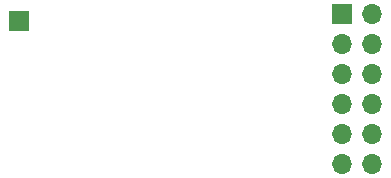
<source format=gbr>
%TF.GenerationSoftware,KiCad,Pcbnew,7.0.1*%
%TF.CreationDate,2023-03-26T17:21:00+02:00*%
%TF.ProjectId,RA01_ANT_PMOD,52413031-5f41-44e5-945f-504d4f442e6b,rev?*%
%TF.SameCoordinates,Original*%
%TF.FileFunction,Soldermask,Bot*%
%TF.FilePolarity,Negative*%
%FSLAX46Y46*%
G04 Gerber Fmt 4.6, Leading zero omitted, Abs format (unit mm)*
G04 Created by KiCad (PCBNEW 7.0.1) date 2023-03-26 17:21:00*
%MOMM*%
%LPD*%
G01*
G04 APERTURE LIST*
%ADD10R,1.700000X1.700000*%
%ADD11O,1.700000X1.700000*%
G04 APERTURE END LIST*
D10*
%TO.C,J1*%
X149860000Y-43180000D03*
D11*
X152400000Y-43180000D03*
X149860000Y-45720000D03*
X152400000Y-45720000D03*
X149860000Y-48260000D03*
X152400000Y-48260000D03*
X149860000Y-50800000D03*
X152400000Y-50800000D03*
X149860000Y-53340000D03*
X152400000Y-53340000D03*
X149860000Y-55880000D03*
X152400000Y-55880000D03*
%TD*%
D10*
%TO.C,J2*%
X122555000Y-43815000D03*
%TD*%
M02*

</source>
